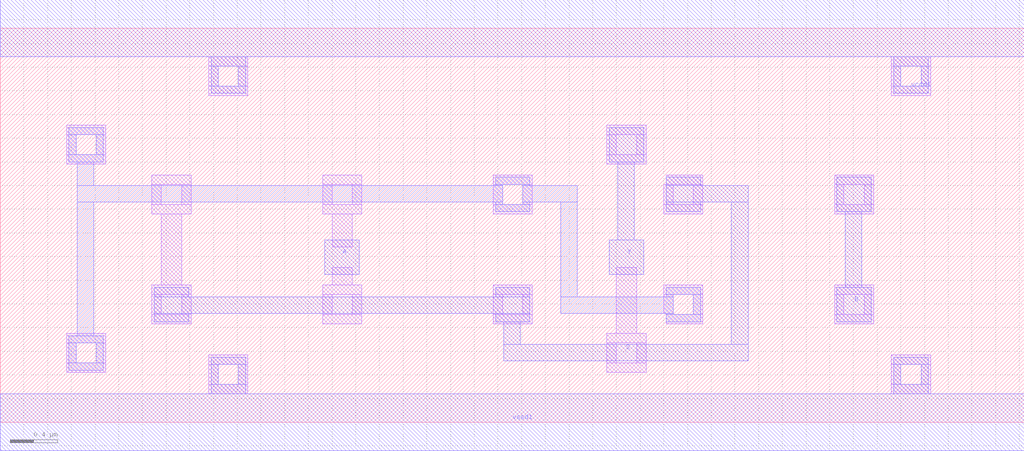
<source format=lef>
VERSION 5.7 ;
  NOWIREEXTENSIONATPIN ON ;
  DIVIDERCHAR "/" ;
  BUSBITCHARS "[]" ;
MACRO MUX2X1
  CLASS CORE ;
  FOREIGN MUX2X1 ;
  ORIGIN 0.000 0.000 ;
  SIZE 8.640 BY 3.330 ;
  SYMMETRY X Y R90 ;
  SITE unit ;
  PIN vccd1
    DIRECTION INOUT ;
    USE POWER ;
    SHAPE ABUTMENT ;
    PORT
      LAYER met1 ;
        RECT 0.000 3.090 8.640 3.570 ;
        RECT 1.780 3.010 2.070 3.090 ;
        RECT 1.780 2.840 1.840 3.010 ;
        RECT 2.010 2.840 2.070 3.010 ;
        RECT 1.780 2.780 2.070 2.840 ;
        RECT 7.540 3.010 7.830 3.090 ;
        RECT 7.540 2.840 7.600 3.010 ;
        RECT 7.770 2.840 7.830 3.010 ;
        RECT 7.540 2.780 7.830 2.840 ;
    END
  END vccd1
  PIN vssd1
    DIRECTION INOUT ;
    USE GROUND ;
    SHAPE ABUTMENT ;
    PORT
      LAYER met1 ;
        RECT 1.780 0.490 2.070 0.550 ;
        RECT 1.780 0.320 1.840 0.490 ;
        RECT 2.010 0.320 2.070 0.490 ;
        RECT 1.780 0.240 2.070 0.320 ;
        RECT 7.540 0.490 7.830 0.550 ;
        RECT 7.540 0.320 7.600 0.490 ;
        RECT 7.770 0.320 7.830 0.490 ;
        RECT 7.540 0.240 7.830 0.320 ;
        RECT 0.000 -0.240 8.640 0.240 ;
    END
  END vssd1
  PIN Y
    DIRECTION INOUT ;
    USE SIGNAL ;
    SHAPE ABUTMENT ;
    PORT
      LAYER met1 ;
        RECT 5.140 2.200 5.430 2.490 ;
        RECT 5.210 1.540 5.350 2.200 ;
        RECT 5.140 1.250 5.430 1.540 ;
    END
  END Y
  PIN S
    DIRECTION INOUT ;
    USE SIGNAL ;
    SHAPE ABUTMENT ;
    PORT
      LAYER met1 ;
        RECT 5.620 2.000 5.910 2.070 ;
        RECT 5.620 1.860 6.310 2.000 ;
        RECT 5.620 1.780 5.910 1.860 ;
        RECT 1.300 1.060 1.590 1.140 ;
        RECT 4.180 1.060 4.470 1.140 ;
        RECT 1.300 0.920 4.470 1.060 ;
        RECT 1.300 0.850 1.590 0.920 ;
        RECT 4.180 0.850 4.470 0.920 ;
        RECT 4.250 0.660 4.390 0.850 ;
        RECT 6.170 0.660 6.310 1.860 ;
        RECT 4.250 0.520 6.310 0.660 ;
    END
  END S
  PIN A
    DIRECTION INOUT ;
    USE SIGNAL ;
    SHAPE ABUTMENT ;
    PORT
      LAYER met1 ;
        RECT 2.740 1.250 3.030 1.540 ;
    END
  END A
  PIN B
    DIRECTION INOUT ;
    USE SIGNAL ;
    SHAPE ABUTMENT ;
    PORT
      LAYER met1 ;
        RECT 7.060 1.780 7.350 2.070 ;
        RECT 7.130 1.140 7.270 1.780 ;
        RECT 7.060 0.850 7.350 1.140 ;
    END
  END B
  OBS
      LAYER li1 ;
        RECT 1.760 3.010 2.090 3.090 ;
        RECT 1.760 2.840 1.840 3.010 ;
        RECT 2.010 2.840 2.090 3.010 ;
        RECT 1.760 2.760 2.090 2.840 ;
        RECT 7.520 3.010 7.850 3.090 ;
        RECT 7.520 2.840 7.600 3.010 ;
        RECT 7.770 2.840 7.850 3.010 ;
        RECT 7.520 2.760 7.850 2.840 ;
        RECT 0.560 2.430 0.890 2.510 ;
        RECT 0.560 2.260 0.640 2.430 ;
        RECT 0.810 2.260 0.890 2.430 ;
        RECT 0.560 2.180 0.890 2.260 ;
        RECT 5.120 2.430 5.450 2.510 ;
        RECT 5.120 2.260 5.200 2.430 ;
        RECT 5.370 2.260 5.450 2.430 ;
        RECT 5.120 2.180 5.450 2.260 ;
        RECT 1.280 2.010 1.610 2.090 ;
        RECT 1.280 1.840 1.360 2.010 ;
        RECT 1.530 1.840 1.610 2.010 ;
        RECT 1.280 1.760 1.610 1.840 ;
        RECT 2.720 2.010 3.050 2.090 ;
        RECT 2.720 1.840 2.800 2.010 ;
        RECT 2.970 1.840 3.050 2.010 ;
        RECT 2.720 1.760 3.050 1.840 ;
        RECT 4.160 2.010 4.490 2.090 ;
        RECT 5.620 2.010 5.930 2.090 ;
        RECT 4.160 1.840 4.240 2.010 ;
        RECT 4.410 1.840 4.490 2.010 ;
        RECT 4.160 1.760 4.490 1.840 ;
        RECT 5.600 1.840 5.680 2.010 ;
        RECT 5.850 1.840 5.930 2.010 ;
        RECT 5.600 1.760 5.930 1.840 ;
        RECT 7.040 2.010 7.370 2.090 ;
        RECT 7.040 1.840 7.120 2.010 ;
        RECT 7.290 1.840 7.370 2.010 ;
        RECT 7.040 1.760 7.370 1.840 ;
        RECT 1.360 1.160 1.530 1.760 ;
        RECT 2.800 1.480 2.970 1.760 ;
        RECT 2.800 1.160 2.970 1.310 ;
        RECT 1.280 1.080 1.610 1.160 ;
        RECT 1.280 0.910 1.360 1.080 ;
        RECT 1.530 0.910 1.610 1.080 ;
        RECT 1.280 0.830 1.610 0.910 ;
        RECT 2.720 1.080 3.050 1.160 ;
        RECT 2.720 0.910 2.800 1.080 ;
        RECT 2.970 0.910 3.050 1.080 ;
        RECT 2.720 0.830 3.050 0.910 ;
        RECT 4.160 1.080 4.490 1.160 ;
        RECT 4.160 0.910 4.240 1.080 ;
        RECT 4.410 0.910 4.490 1.080 ;
        RECT 4.160 0.830 4.490 0.910 ;
        RECT 5.200 0.750 5.370 1.310 ;
        RECT 5.600 1.080 5.930 1.160 ;
        RECT 5.600 0.920 5.680 1.080 ;
        RECT 5.620 0.910 5.680 0.920 ;
        RECT 5.850 0.910 5.930 1.080 ;
        RECT 5.620 0.830 5.930 0.910 ;
        RECT 7.040 1.080 7.370 1.160 ;
        RECT 7.040 0.910 7.120 1.080 ;
        RECT 7.290 0.910 7.370 1.080 ;
        RECT 7.040 0.830 7.370 0.910 ;
        RECT 0.560 0.670 0.890 0.750 ;
        RECT 0.560 0.500 0.640 0.670 ;
        RECT 0.810 0.500 0.890 0.670 ;
        RECT 5.120 0.670 5.450 0.750 ;
        RECT 0.560 0.420 0.890 0.500 ;
        RECT 1.760 0.490 2.090 0.570 ;
        RECT 1.760 0.320 1.840 0.490 ;
        RECT 2.010 0.320 2.090 0.490 ;
        RECT 5.120 0.500 5.200 0.670 ;
        RECT 5.370 0.500 5.450 0.670 ;
        RECT 5.120 0.420 5.450 0.500 ;
        RECT 7.520 0.490 7.850 0.570 ;
        RECT 1.760 0.240 2.090 0.320 ;
        RECT 7.520 0.320 7.600 0.490 ;
        RECT 7.770 0.320 7.850 0.490 ;
        RECT 7.520 0.240 7.850 0.320 ;
      LAYER met1 ;
        RECT 0.580 2.430 0.870 2.490 ;
        RECT 0.580 2.260 0.640 2.430 ;
        RECT 0.810 2.260 0.870 2.430 ;
        RECT 0.580 2.200 0.870 2.260 ;
        RECT 0.650 2.000 0.790 2.200 ;
        RECT 4.180 2.010 4.470 2.070 ;
        RECT 4.180 2.000 4.240 2.010 ;
        RECT 0.650 1.860 4.240 2.000 ;
        RECT 0.650 0.730 0.790 1.860 ;
        RECT 4.180 1.840 4.240 1.860 ;
        RECT 4.410 2.000 4.470 2.010 ;
        RECT 4.410 1.860 4.870 2.000 ;
        RECT 4.410 1.840 4.470 1.860 ;
        RECT 4.180 1.780 4.470 1.840 ;
        RECT 4.730 1.060 4.870 1.860 ;
        RECT 5.620 1.080 5.910 1.140 ;
        RECT 5.620 1.060 5.680 1.080 ;
        RECT 4.730 0.920 5.680 1.060 ;
        RECT 5.620 0.910 5.680 0.920 ;
        RECT 5.850 0.910 5.910 1.080 ;
        RECT 5.620 0.850 5.910 0.910 ;
        RECT 0.580 0.670 0.870 0.730 ;
        RECT 0.580 0.500 0.640 0.670 ;
        RECT 0.810 0.500 0.870 0.670 ;
        RECT 0.580 0.440 0.870 0.500 ;
  END
END MUX2X1
END LIBRARY


</source>
